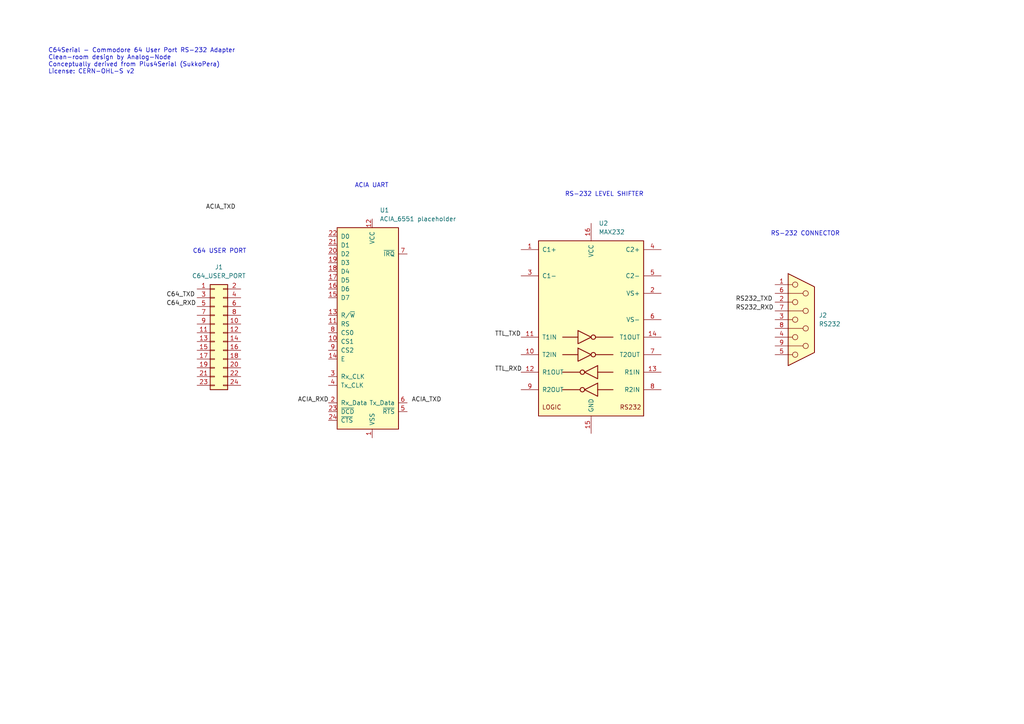
<source format=kicad_sch>
(kicad_sch (version 20230121) (generator eeschema)
  (paper "A4")
  (lib_symbols
    (symbol "Connector:DE9_Receptacle" (pin_names (offset 1.016) hide)
      (property "Reference" "J" (at 0 13.97 0))
      (property "Value" "DE9_Receptacle" (at 0 -14.605 0))
      (symbol "DE9_Receptacle_0_1"
        (circle (center -1.778 -10.16) (radius 0.762))
        (circle (center -1.778 -5.08) (radius 0.762))
        (circle (center -1.778 0) (radius 0.762))
        (circle (center -1.778 5.08) (radius 0.762))
        (circle (center -1.778 10.16) (radius 0.762))
        (polyline (pts (xy -3.81 -10.16) (xy -2.54 -10.16)))
        (polyline (pts (xy -3.81 -7.62) (xy 0.508 -7.62)))
        (polyline (pts (xy -3.81 -5.08) (xy -2.54 -5.08)))
        (polyline (pts (xy -3.81 -2.54) (xy 0.508 -2.54)))
        (polyline (pts (xy -3.81 0) (xy -2.54 0)))
        (polyline (pts (xy -3.81 2.54) (xy 0.508 2.54)))
        (polyline (pts (xy -3.81 5.08) (xy -2.54 5.08)))
        (polyline (pts (xy -3.81 7.62) (xy 0.508 7.62)))
        (polyline (pts (xy -3.81 10.16) (xy -2.54 10.16)))
        (polyline (pts (xy -3.81 13.335) (xy -3.81 -13.335) (xy 3.81 -9.525) (xy 3.81 9.525) (xy -3.81 13.335)) (stroke (width 0.254)) (fill (type background)))
        (circle (center 1.27 -7.62) (radius 0.762))
        (circle (center 1.27 -2.54) (radius 0.762))
        (circle (center 1.27 2.54) (radius 0.762))
        (circle (center 1.27 7.62) (radius 0.762))
      )
      (symbol "DE9_Receptacle_1_1"
        (pin passive line (at -7.62 10.16 0) (length 3.81) (name "1") (number "1"))
        (pin passive line (at -7.62 5.08 0) (length 3.81) (name "2") (number "2"))
        (pin passive line (at -7.62 0 0) (length 3.81) (name "3") (number "3"))
        (pin passive line (at -7.62 -5.08 0) (length 3.81) (name "4") (number "4"))
        (pin passive line (at -7.62 -10.16 0) (length 3.81) (name "5") (number "5"))
        (pin passive line (at -7.62 7.62 0) (length 3.81) (name "6") (number "6"))
        (pin passive line (at -7.62 2.54 0) (length 3.81) (name "7") (number "7"))
        (pin passive line (at -7.62 -2.54 0) (length 3.81) (name "8") (number "8"))
        (pin passive line (at -7.62 -7.62 0) (length 3.81) (name "9") (number "9"))
      )
    )
    (symbol "Connector_Generic:Conn_02x12_Odd_Even" (pin_names (offset 1.016) hide)
      (property "Reference" "J" (at 1.27 15.24 0))
      (property "Value" "Conn_02x12_Odd_Even" (at 1.27 -17.78 0))
      (symbol "Conn_02x12_Odd_Even_1_1"
        (rectangle (start -1.27 -15.113) (end 0 -15.367) (stroke (width 0.1524)))
        (rectangle (start -1.27 -12.573) (end 0 -12.827) (stroke (width 0.1524)))
        (rectangle (start -1.27 -10.033) (end 0 -10.287) (stroke (width 0.1524)))
        (rectangle (start -1.27 -7.493) (end 0 -7.747) (stroke (width 0.1524)))
        (rectangle (start -1.27 -4.953) (end 0 -5.207) (stroke (width 0.1524)))
        (rectangle (start -1.27 -2.413) (end 0 -2.667) (stroke (width 0.1524)))
        (rectangle (start -1.27 0.127) (end 0 -0.127) (stroke (width 0.1524)))
        (rectangle (start -1.27 2.667) (end 0 2.413) (stroke (width 0.1524)))
        (rectangle (start -1.27 5.207) (end 0 4.953) (stroke (width 0.1524)))
        (rectangle (start -1.27 7.747) (end 0 7.493) (stroke (width 0.1524)))
        (rectangle (start -1.27 10.287) (end 0 10.033) (stroke (width 0.1524)))
        (rectangle (start -1.27 12.827) (end 0 12.573) (stroke (width 0.1524)))
        (rectangle (start -1.27 13.97) (end 3.81 -16.51) (stroke (width 0.254)) (fill (type background)))
        (rectangle (start 3.81 -15.113) (end 2.54 -15.367) (stroke (width 0.1524)))
        (rectangle (start 3.81 -12.573) (end 2.54 -12.827) (stroke (width 0.1524)))
        (rectangle (start 3.81 -10.033) (end 2.54 -10.287) (stroke (width 0.1524)))
        (rectangle (start 3.81 -7.493) (end 2.54 -7.747) (stroke (width 0.1524)))
        (rectangle (start 3.81 -4.953) (end 2.54 -5.207) (stroke (width 0.1524)))
        (rectangle (start 3.81 -2.413) (end 2.54 -2.667) (stroke (width 0.1524)))
        (rectangle (start 3.81 0.127) (end 2.54 -0.127) (stroke (width 0.1524)))
        (rectangle (start 3.81 2.667) (end 2.54 2.413) (stroke (width 0.1524)))
        (rectangle (start 3.81 5.207) (end 2.54 4.953) (stroke (width 0.1524)))
        (rectangle (start 3.81 7.747) (end 2.54 7.493) (stroke (width 0.1524)))
        (rectangle (start 3.81 10.287) (end 2.54 10.033) (stroke (width 0.1524)))
        (rectangle (start 3.81 12.827) (end 2.54 12.573) (stroke (width 0.1524)))
        (pin passive line (at -5.08 12.7 0) (length 3.81) (name "Pin_1") (number "1"))
        (pin passive line (at 7.62 2.54 180) (length 3.81) (name "Pin_10") (number "10"))
        (pin passive line (at -5.08 0 0) (length 3.81) (name "Pin_11") (number "11"))
        (pin passive line (at 7.62 0 180) (length 3.81) (name "Pin_12") (number "12"))
        (pin passive line (at -5.08 -2.54 0) (length 3.81) (name "Pin_13") (number "13"))
        (pin passive line (at 7.62 -2.54 180) (length 3.81) (name "Pin_14") (number "14"))
        (pin passive line (at -5.08 -5.08 0) (length 3.81) (name "Pin_15") (number "15"))
        (pin passive line (at 7.62 -5.08 180) (length 3.81) (name "Pin_16") (number "16"))
        (pin passive line (at -5.08 -7.62 0) (length 3.81) (name "Pin_17") (number "17"))
        (pin passive line (at 7.62 -7.62 180) (length 3.81) (name "Pin_18") (number "18"))
        (pin passive line (at -5.08 -10.16 0) (length 3.81) (name "Pin_19") (number "19"))
        (pin passive line (at 7.62 12.7 180) (length 3.81) (name "Pin_2") (number "2"))
        (pin passive line (at 7.62 -10.16 180) (length 3.81) (name "Pin_20") (number "20"))
        (pin passive line (at -5.08 -12.7 0) (length 3.81) (name "Pin_21") (number "21"))
        (pin passive line (at 7.62 -12.7 180) (length 3.81) (name "Pin_22") (number "22"))
        (pin passive line (at -5.08 -15.24 0) (length 3.81) (name "Pin_23") (number "23"))
        (pin passive line (at 7.62 -15.24 180) (length 3.81) (name "Pin_24") (number "24"))
        (pin passive line (at -5.08 10.16 0) (length 3.81) (name "Pin_3") (number "3"))
        (pin passive line (at 7.62 10.16 180) (length 3.81) (name "Pin_4") (number "4"))
        (pin passive line (at -5.08 7.62 0) (length 3.81) (name "Pin_5") (number "5"))
        (pin passive line (at 7.62 7.62 180) (length 3.81) (name "Pin_6") (number "6"))
        (pin passive line (at -5.08 5.08 0) (length 3.81) (name "Pin_7") (number "7"))
        (pin passive line (at 7.62 5.08 180) (length 3.81) (name "Pin_8") (number "8"))
        (pin passive line (at -5.08 2.54 0) (length 3.81) (name "Pin_9") (number "9"))
      )
    )
    (symbol "Interface_UART:MAX232" (pin_names (offset 1.016))
      (property "Reference" "U" (at -2.54 28.575 0))
      (property "Value" "MAX232" (at -2.54 26.67 0))
      (symbol "MAX232_0_0"
        (text "LOGIC" (at -11.43 -22.86 0) (effects (font (size 1.27 1.27))))
        (text "RS232" (at 11.43 -22.86 0) (effects (font (size 1.27 1.27))))
      )
      (symbol "MAX232_0_1"
        (rectangle (start -15.24 -25.4) (end 15.24 25.4) (stroke (width 0.254)) (fill (type background)))
        (circle (center -2.54 -17.78) (radius 0.635) (stroke (width 0.254)))
        (circle (center -2.54 -12.7) (radius 0.635) (stroke (width 0.254)))
        (polyline (pts (xy -3.81 -7.62) (xy -8.255 -7.62)) (stroke (width 0.254)))
        (polyline (pts (xy -3.81 -2.54) (xy -8.255 -2.54)) (stroke (width 0.254)))
        (polyline (pts (xy -3.175 -17.78) (xy -8.255 -17.78)) (stroke (width 0.254)))
        (polyline (pts (xy -3.175 -12.7) (xy -8.255 -12.7)) (stroke (width 0.254)))
        (polyline (pts (xy 1.27 -7.62) (xy 6.35 -7.62)) (stroke (width 0.254)))
        (polyline (pts (xy 1.27 -2.54) (xy 6.35 -2.54)) (stroke (width 0.254)))
        (polyline (pts (xy 1.905 -17.78) (xy 6.35 -17.78)) (stroke (width 0.254)))
        (polyline (pts (xy 1.905 -12.7) (xy 6.35 -12.7)) (stroke (width 0.254)))
        (polyline (pts (xy -3.81 -5.715) (xy -3.81 -9.525) (xy 0 -7.62) (xy -3.81 -5.715)) (stroke (width 0.254)))
        (polyline (pts (xy -3.81 -0.635) (xy -3.81 -4.445) (xy 0 -2.54) (xy -3.81 -0.635)) (stroke (width 0.254)))
        (polyline (pts (xy 1.905 -15.875) (xy 1.905 -19.685) (xy -1.905 -17.78) (xy 1.905 -15.875)) (stroke (width 0.254)))
        (polyline (pts (xy 1.905 -10.795) (xy 1.905 -14.605) (xy -1.905 -12.7) (xy 1.905 -10.795)) (stroke (width 0.254)))
        (circle (center 0.635 -7.62) (radius 0.635) (stroke (width 0.254)))
        (circle (center 0.635 -2.54) (radius 0.635) (stroke (width 0.254)))
      )
      (symbol "MAX232_1_1"
        (pin passive line (at -20.32 22.86 0) (length 5.08) (name "C1+") (number "1"))
        (pin input line (at -20.32 -7.62 0) (length 5.08) (name "T2IN") (number "10"))
        (pin input line (at -20.32 -2.54 0) (length 5.08) (name "T1IN") (number "11"))
        (pin output line (at -20.32 -12.7 0) (length 5.08) (name "R1OUT") (number "12"))
        (pin input line (at 20.32 -12.7 180) (length 5.08) (name "R1IN") (number "13"))
        (pin output line (at 20.32 -2.54 180) (length 5.08) (name "T1OUT") (number "14"))
        (pin power_in line (at 0 -30.48 90) (length 5.08) (name "GND") (number "15"))
        (pin power_in line (at 0 30.48 270) (length 5.08) (name "VCC") (number "16"))
        (pin power_out line (at 20.32 10.16 180) (length 5.08) (name "VS+") (number "2"))
        (pin passive line (at -20.32 15.24 0) (length 5.08) (name "C1-") (number "3"))
        (pin passive line (at 20.32 22.86 180) (length 5.08) (name "C2+") (number "4"))
        (pin passive line (at 20.32 15.24 180) (length 5.08) (name "C2-") (number "5"))
        (pin power_out line (at 20.32 2.54 180) (length 5.08) (name "VS-") (number "6"))
        (pin output line (at 20.32 -7.62 180) (length 5.08) (name "T2OUT") (number "7"))
        (pin input line (at 20.32 -17.78 180) (length 5.08) (name "R2IN") (number "8"))
        (pin output line (at -20.32 -17.78 0) (length 5.08) (name "R2OUT") (number "9"))
      )
    )
    (symbol "Interface_UART:MC6850" (pin_names (offset 1.016))
      (property "Reference" "U" (at -7.366 31.75 0))
      (property "Value" "MC6850" (at 10.414 31.75 0))
      (symbol "MC6850_1_1"
        (rectangle (start -10.16 -27.94) (end 7.62 30.48) (stroke (width 0.254)) (fill (type background)))
        (pin power_in line (at 0 -30.48 90) (length 2.54) (name "VSS") (number "1"))
        (pin input line (at -12.7 -2.54 0) (length 2.54) (name "CS1") (number "10"))
        (pin input line (at -12.7 2.54 0) (length 2.54) (name "RS") (number "11"))
        (pin power_in line (at 0 33.02 270) (length 2.54) (name "VCC") (number "12"))
        (pin input line (at -12.7 5.08 0) (length 2.54) (name "R/~{W}") (number "13"))
        (pin input line (at -12.7 -7.62 0) (length 2.54) (name "E") (number "14"))
        (pin bidirectional line (at -12.7 10.16 0) (length 2.54) (name "D7") (number "15"))
        (pin bidirectional line (at -12.7 12.7 0) (length 2.54) (name "D6") (number "16"))
        (pin bidirectional line (at -12.7 15.24 0) (length 2.54) (name "D5") (number "17"))
        (pin bidirectional line (at -12.7 17.78 0) (length 2.54) (name "D4") (number "18"))
        (pin bidirectional line (at -12.7 20.32 0) (length 2.54) (name "D3") (number "19"))
        (pin input line (at -12.7 -20.32 0) (length 2.54) (name "Rx_Data") (number "2"))
        (pin bidirectional line (at -12.7 22.86 0) (length 2.54) (name "D2") (number "20"))
        (pin bidirectional line (at -12.7 25.4 0) (length 2.54) (name "D1") (number "21"))
        (pin bidirectional line (at -12.7 27.94 0) (length 2.54) (name "D0") (number "22"))
        (pin input line (at -12.7 -22.86 0) (length 2.54) (name "~{DCD}") (number "23"))
        (pin input line (at -12.7 -25.4 0) (length 2.54) (name "~{CTS}") (number "24"))
        (pin input line (at -12.7 -12.7 0) (length 2.54) (name "Rx_CLK") (number "3"))
        (pin input line (at -12.7 -15.24 0) (length 2.54) (name "Tx_CLK") (number "4"))
        (pin output line (at 10.16 -22.86 180) (length 2.54) (name "~{RTS}") (number "5"))
        (pin output line (at 10.16 -20.32 180) (length 2.54) (name "Tx_Data") (number "6"))
        (pin output line (at 10.16 22.86 180) (length 2.54) (name "~{IRQ}") (number "7"))
        (pin input line (at -12.7 0 0) (length 2.54) (name "CS0") (number "8"))
        (pin input line (at -12.7 -5.08 0) (length 2.54) (name "CS2") (number "9"))
      )
    )
  )
  (text "C64 USER PORT" (at 55.88 73.66 0) (effects (font (size 1.27 1.27)) (justify left bottom)))
  (text "RS-232 LEVEL SHIFTER" (at 163.83 57.15 0) (effects (font (size 1.27 1.27)) (justify left bottom)))
  (text "ACIA UART" (at 102.87 54.61 0) (effects (font (size 1.27 1.27)) (justify left bottom)))
  (text "RS-232 CONNECTOR" (at 223.52 68.58 0) (effects (font (size 1.27 1.27)) (justify left bottom)))
  (text "C64Serial - Commodore 64 User Port RS-232 Adapter\nClean-room design by Analog-Node\nConceptually derived from Plus4Serial (SukkoPera)\nLicense: CERN-OHL-S v2" (at 13.97 21.59 0) (effects (font (size 1.27 1.27)) (justify left bottom)))
  (label "RS232_RXD" (at 213.36 90.17 0))
  (label "C64_RXD" (at 48.26 88.9 0))
  (label "TTL_RXD" (at 143.51 107.95 0))
  (label "TTL_TXD" (at 143.51 97.79 0))
  (label "ACIA_RXD" (at 86.36 116.84 0))
  (label "ACIA_TXD" (at 59.69 60.96 0))
  (label "C64_TXD" (at 48.26 86.36 0))
  (label "RS232_TXD" (at 213.36 87.63 0))
  (label "ACIA_TXD" (at 119.38 116.84 0))
  (symbol (lib_id "Connector_Generic:Conn_02x12_Odd_Even") (at 62.23 96.52 0) (unit 1)
    (property "Reference" "J1" (at 63.5 77.47 0))
    (property "Value" "C64_USER_PORT" (at 63.5 80.01 0))
  )
  (symbol (lib_id "Interface_UART:MC6850") (at 107.95 96.52 0) (unit 1)
    (property "Reference" "U1" (at 110.1441 60.96 0) (effects (justify left)))
    (property "Value" "ACIA_6551 placeholder" (at 110.1441 63.5 0) (effects (justify left)))
    (property "Footprint" "Package_DIP:DIP-40_W15.24mm" (effects hide))
    (property "Datasheet" "http://pdf.datasheetcatalog.com/datasheet/motorola/MC6850.pdf" (effects hide))
  )
  (symbol (lib_id "Interface_UART:MAX232") (at 171.45 95.25 0) (unit 1)
    (property "Reference" "U2" (at 173.6441 64.77 0) (effects (justify left)))
    (property "Value" "MAX232" (at 173.6441 67.31 0) (effects (justify left)))
    (property "Datasheet" "http://www.ti.com/lit/ds/symlink/max232.pdf" (effects hide))
  )
  (symbol (lib_id "Connector:DE9_Receptacle") (at 232.41 92.71 0) (unit 1)
    (property "Reference" "J2" (at 237.49 91.44 0) (effects (justify left)))
    (property "Value" "RS232" (at 237.49 93.98 0) (effects (justify left)))
    (property "Datasheet" " ~" (effects hide))
  )
)
</source>
